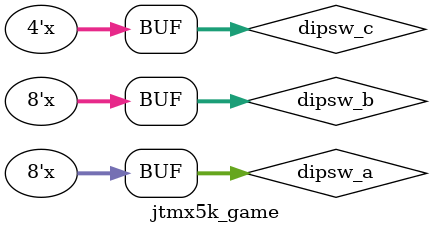
<source format=v>
/*  This file is part of JTCORES.
    JTCORES program is free software: you can redistribute it and/or modify
    it under the terms of the GNU General Public License as published by
    the Free Software Foundation, either version 3 of the License, or
    (at your option) any later version.

    JTCORES program is distributed in the hope that it will be useful,
    but WITHOUT ANY WARRANTY; without even the implied warranty of
    MERCHANTABILITY or FITNESS FOR A PARTICULAR PURPOSE.  See the
    GNU General Public License for more details.

    You should have received a copy of the GNU General Public License
    along with JTCORES.  If not, see <http://www.gnu.org/licenses/>.

    Author: Jose Tejada Gomez. Twitter: @topapate
    Version: 1.0
    Date: 21-8-2021 */

module jtmx5k_game(
    `include "jtframe_game_ports.inc" // see $JTFRAME/hdl/inc/jtframe_game_ports.inc
);

wire        snd_irq;
wire [15:0] gfx2_data;
wire [17:0] gfx2_addr;

wire [ 7:0] snd_latch;
wire        cen12, cen3, cen1p5;

wire [ 7:0] dipsw_a, dipsw_b;
wire [ 3:0] dipsw_c;

wire [15:0] cpu_addr;
wire        gfx1_ramcs, gfx2_ramcs, gfx1_cfg_cs, gfx2_cfg_cs, pal_cs;
wire        gfx1_vram_cs, gfx2_vram_cs;
wire        cpu_cen, cpu_rnw, cpu_irqn, cpu_nmin;
wire [ 7:0] gfx1_dout, pal_dout, cpu_dout, st_video;
wire [ 7:0] video_bank;
wire        prio_latch;

assign { dipsw_c, dipsw_b, dipsw_a } = dipsw[19:0];
assign debug_view = st_video;

jtframe_cen24 u_cen(
    .clk        ( clk24         ),    // 24 MHz
    .cen12      ( cen12         ),
    .cen8       (               ),
    .cen6       (               ),
    .cen4       (               ),
    .cen3       ( cen3          ),
    .cen3q      (               ), // 1/4 advanced with respect to cen3
    .cen1p5     ( cen1p5        ),
    // 180 shifted signals
    .cen12b     (               ),
    .cen6b      (               ),
    .cen3b      (               ),
    .cen3qb     (               ),
    .cen1p5b    (               )
);

`ifndef NOMAIN
jtcontra_main #(.GAME(2)) u_main(
    .clk            ( clk24         ),        // 24 MHz
    .rst            ( rst24         ),
    .cen12          ( cen12         ),
    .cpu_cen        ( cpu_cen       ),
    // communication with main CPU
    .snd_irq        ( snd_irq       ),
    .snd_latch      ( snd_latch     ),
    // ROM
    .rom_addr       ( main_addr     ),
    .rom_cs         ( main_cs       ),
    .rom_data       ( main_data     ),
    .rom_ok         ( main_ok       ),
    // cabinet I/O
    .start_button   ( start_button  ),
    .coin_input     ( coin_input    ),
    .joystick1      ( joystick1     ),
    .joystick2      ( joystick2     ),
    .service        ( service       ),
    // GFX
    .cpu_addr       ( cpu_addr      ),
    .cpu_dout       ( cpu_dout      ),
    .cpu_rnw        ( cpu_rnw       ),
    .gfx_irqn       ( cpu_irqn      ),
    .gfx_nmin       ( cpu_nmin      ),
    .gfx1_cs        ( gfx1_ramcs    ),
    .gfx2_cs        (               ),
    .pal_cs         ( pal_cs        ),

    .gfx1_dout      ( gfx1_dout     ),
    .gfx2_dout      (               ),
    .pal_dout       ( pal_dout      ),

    .video_bank     ( video_bank    ),
    .prio_latch     ( prio_latch    ),
    // DIP switches
    .dip_pause      ( dip_pause     ),
    .dipsw_a        ( dipsw_a       ),
    .dipsw_b        ( dipsw_b       ),
    .dipsw_c        ( dipsw_c       )
);
`else
// load a sound code for simulation
assign snd_latch = 8'h22;
reg pre_irq=0;
initial begin
    #100_000_000 pre_irq=1;
end

assign snd_irq = pre_irq;
`endif

`ifndef NOVIDEO
jtmx5k_video u_video (
    .rst            ( rst           ),
    .clk            ( clk           ),
    .clk24          ( clk24         ),
    .pxl2_cen       ( pxl2_cen      ),
    .pxl_cen        ( pxl_cen       ),
    .LHBL           ( LHBL          ),
    .LVBL           ( LVBL          ),
    .HS             ( HS            ),
    .VS             ( VS            ),
    .flip           ( dip_flip      ),
    // GFX - CPU interface
    .cpu_irqn       ( cpu_irqn      ),
    .cpu_nmin       ( cpu_nmin      ),
    .gfx1_cs        ( gfx1_ramcs    ),
    .pal_cs         ( pal_cs        ),
    .cpu_rnw        ( cpu_rnw       ),
    .cpu_cen        ( cpu_cen       ),
    .cpu_addr       ( cpu_addr      ),
    .cpu_dout       ( cpu_dout      ),
    .gfx1_dout      ( gfx1_dout     ),
    .pal_dout       ( pal_dout      ),
    // SDRAM
    .gfx1_addr      ( gfx1_addr     ),
    .gfx1_data      ( gfx1_data     ),
    .gfx1_ok        ( gfx1_ok       ),
    .gfx1_romcs     ( gfx1_cs       ),
    // pixels
    .red            ( red           ),
    .green          ( green         ),
    .blue           ( blue          ),
    // Test
    .gfx_en         ( gfx_en        ),
    .debug_bus      ( debug_bus     ),
    .st_dout        ( st_video      )
);
`endif

jtmx5k_sound u_sound(
    .rst        ( rst24         ),
    .clk        ( clk24         ), // 24 MHz
    .fxlevel    ( dip_fxlevel   ),
    // communication with main CPU
    .snd_irq    ( snd_irq       ),
    .snd_latch  ( snd_latch     ),
    // ROM
    .rom_addr   ( snd_addr      ),
    .rom_cs     ( snd_cs        ),
    .rom_data   ( snd_data      ),
    .rom_ok     ( snd_ok        ),
    // ADPCM ROM
    .pcma_addr  ( pcma_addr     ),
    .pcma_cs    ( pcma_cs       ),
    .pcma_dout  ( pcma_data     ),
    .pcma_ok    ( pcma_ok       ),

    .pcmb_addr  ( pcmb_addr     ),
    .pcmb_cs    ( pcmb_cs       ),
    .pcmb_dout  ( pcmb_data     ),
    .pcmb_ok    ( pcmb_ok       ),
    // Sound output
    .snd        ( snd           ),
    .sample     ( sample        ),
    .peak       ( game_led      )
);

endmodule
</source>
